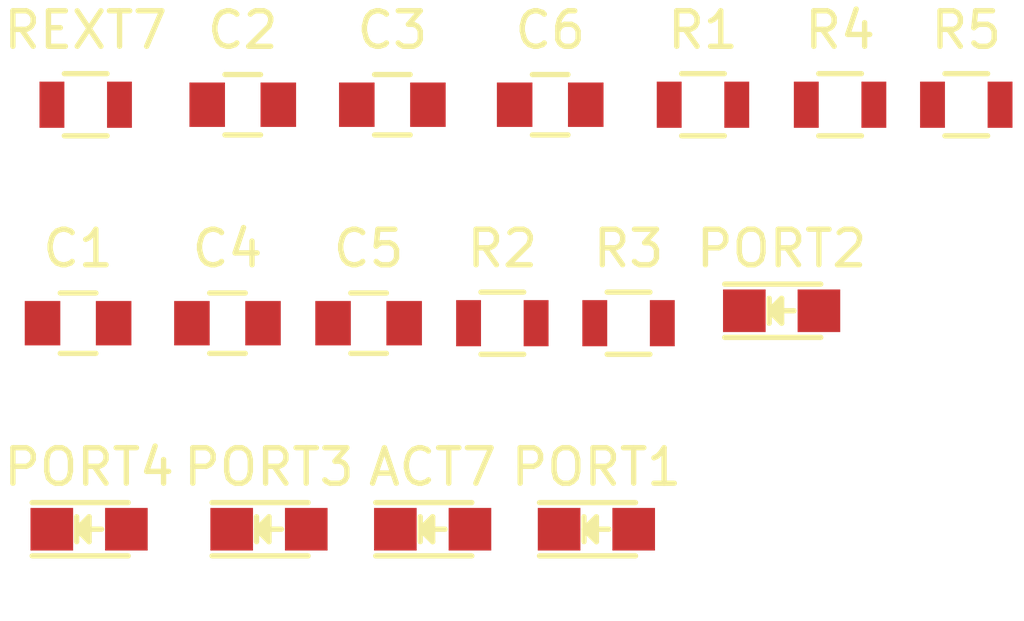
<source format=kicad_pcb>
(kicad_pcb (version 4) (host pcbnew 4.0.4-stable)

  (general
    (links 13)
    (no_connects 13)
    (area 0 0 0 0)
    (thickness 1.6)
    (drawings 0)
    (tracks 0)
    (zones 0)
    (modules 17)
    (nets 12)
  )

  (page A4)
  (layers
    (0 Top signal)
    (31 Bottom signal)
    (32 B.Adhes user)
    (33 F.Adhes user)
    (34 B.Paste user)
    (35 F.Paste user)
    (36 B.SilkS user)
    (37 F.SilkS user)
    (38 B.Mask user)
    (39 F.Mask user)
    (40 Dwgs.User user)
    (41 Cmts.User user)
    (42 Eco1.User user)
    (43 Eco2.User user)
    (44 Edge.Cuts user)
    (45 Margin user)
    (46 B.CrtYd user)
    (47 F.CrtYd user)
    (48 B.Fab user)
    (49 F.Fab user)
  )

  (setup
    (last_trace_width 0.25)
    (trace_clearance 0.1524)
    (zone_clearance 0.508)
    (zone_45_only no)
    (trace_min 0.2)
    (segment_width 0.2)
    (edge_width 0.15)
    (via_size 0.6)
    (via_drill 0.4)
    (via_min_size 0.4)
    (via_min_drill 0.3)
    (uvia_size 0.3)
    (uvia_drill 0.1)
    (uvias_allowed no)
    (uvia_min_size 0.2)
    (uvia_min_drill 0.1)
    (pcb_text_width 0.3)
    (pcb_text_size 1.5 1.5)
    (mod_edge_width 0.15)
    (mod_text_size 1 1)
    (mod_text_width 0.15)
    (pad_size 1.524 1.524)
    (pad_drill 0.762)
    (pad_to_mask_clearance 0.2)
    (aux_axis_origin 0 0)
    (visible_elements 7FFFFFFF)
    (pcbplotparams
      (layerselection 0x00030_80000001)
      (usegerberextensions false)
      (excludeedgelayer true)
      (linewidth 0.100000)
      (plotframeref false)
      (viasonmask false)
      (mode 1)
      (useauxorigin false)
      (hpglpennumber 1)
      (hpglpenspeed 20)
      (hpglpendiameter 15)
      (hpglpenoverlay 2)
      (psnegative false)
      (psa4output false)
      (plotreference true)
      (plotvalue true)
      (plotinvisibletext false)
      (padsonsilk false)
      (subtractmaskfromsilk false)
      (outputformat 1)
      (mirror false)
      (drillshape 1)
      (scaleselection 1)
      (outputdirectory ""))
  )

  (net 0 "")
  (net 1 GND)
  (net 2 VBUS)
  (net 3 3V3)
  (net 4 /N$22)
  (net 5 /N$8)
  (net 6 /N$23)
  (net 7 /N$24)
  (net 8 /N$13)
  (net 9 /N$1)
  (net 10 /N$20)
  (net 11 /N$6)

  (net_class Default "This is the default net class."
    (clearance 0.1524)
    (trace_width 0.25)
    (via_dia 0.6)
    (via_drill 0.4)
    (uvia_dia 0.3)
    (uvia_drill 0.1)
    (add_net /N$1)
    (add_net /N$13)
    (add_net /N$20)
    (add_net /N$22)
    (add_net /N$23)
    (add_net /N$24)
    (add_net /N$6)
    (add_net /N$8)
    (add_net 3V3)
    (add_net GND)
    (add_net VBUS)
  )

  (module LEDs:LED_0805 (layer Top) (tedit 55BDE1C2) (tstamp 5862CDE9)
    (at 160.947401 110.4774)
    (descr "LED 0805 smd package")
    (tags "LED 0805 SMD")
    (path /57E6C5AF)
    (attr smd)
    (fp_text reference ACT7 (at 0 -1.75) (layer F.SilkS)
      (effects (font (size 1 1) (thickness 0.15)))
    )
    (fp_text value ~ (at 0 1.75) (layer F.Fab)
      (effects (font (size 1 1) (thickness 0.15)))
    )
    (fp_line (start -0.4 -0.3) (end -0.4 0.3) (layer F.Fab) (width 0.15))
    (fp_line (start -0.3 0) (end 0 -0.3) (layer F.Fab) (width 0.15))
    (fp_line (start 0 0.3) (end -0.3 0) (layer F.Fab) (width 0.15))
    (fp_line (start 0 -0.3) (end 0 0.3) (layer F.Fab) (width 0.15))
    (fp_line (start 1 -0.6) (end -1 -0.6) (layer F.Fab) (width 0.15))
    (fp_line (start 1 0.6) (end 1 -0.6) (layer F.Fab) (width 0.15))
    (fp_line (start -1 0.6) (end 1 0.6) (layer F.Fab) (width 0.15))
    (fp_line (start -1 -0.6) (end -1 0.6) (layer F.Fab) (width 0.15))
    (fp_line (start -1.6 0.75) (end 1.1 0.75) (layer F.SilkS) (width 0.15))
    (fp_line (start -1.6 -0.75) (end 1.1 -0.75) (layer F.SilkS) (width 0.15))
    (fp_line (start -0.1 0.15) (end -0.1 -0.1) (layer F.SilkS) (width 0.15))
    (fp_line (start -0.1 -0.1) (end -0.25 0.05) (layer F.SilkS) (width 0.15))
    (fp_line (start -0.35 -0.35) (end -0.35 0.35) (layer F.SilkS) (width 0.15))
    (fp_line (start 0 0) (end 0.35 0) (layer F.SilkS) (width 0.15))
    (fp_line (start -0.35 0) (end 0 -0.35) (layer F.SilkS) (width 0.15))
    (fp_line (start 0 -0.35) (end 0 0.35) (layer F.SilkS) (width 0.15))
    (fp_line (start 0 0.35) (end -0.35 0) (layer F.SilkS) (width 0.15))
    (fp_line (start 1.9 -0.95) (end 1.9 0.95) (layer F.CrtYd) (width 0.05))
    (fp_line (start 1.9 0.95) (end -1.9 0.95) (layer F.CrtYd) (width 0.05))
    (fp_line (start -1.9 0.95) (end -1.9 -0.95) (layer F.CrtYd) (width 0.05))
    (fp_line (start -1.9 -0.95) (end 1.9 -0.95) (layer F.CrtYd) (width 0.05))
    (pad 2 smd rect (at 1.04902 0 180) (size 1.19888 1.19888) (layers Top F.Paste F.Mask))
    (pad 1 smd rect (at -1.04902 0 180) (size 1.19888 1.19888) (layers Top F.Paste F.Mask))
    (model LEDs.3dshapes/LED_0805.wrl
      (at (xyz 0 0 0))
      (scale (xyz 1 1 1))
      (rotate (xyz 0 0 0))
    )
  )

  (module Capacitors_SMD:C_0805 (layer Top) (tedit 5415D6EA) (tstamp 5862CDEF)
    (at 150.973828 104.6774)
    (descr "Capacitor SMD 0805, reflow soldering, AVX (see smccp.pdf)")
    (tags "capacitor 0805")
    (path /57E6C677)
    (attr smd)
    (fp_text reference C1 (at 0 -2.1) (layer F.SilkS)
      (effects (font (size 1 1) (thickness 0.15)))
    )
    (fp_text value 0.1uF (at 0 2.1) (layer F.Fab)
      (effects (font (size 1 1) (thickness 0.15)))
    )
    (fp_line (start -1 0.625) (end -1 -0.625) (layer F.Fab) (width 0.15))
    (fp_line (start 1 0.625) (end -1 0.625) (layer F.Fab) (width 0.15))
    (fp_line (start 1 -0.625) (end 1 0.625) (layer F.Fab) (width 0.15))
    (fp_line (start -1 -0.625) (end 1 -0.625) (layer F.Fab) (width 0.15))
    (fp_line (start -1.8 -1) (end 1.8 -1) (layer F.CrtYd) (width 0.05))
    (fp_line (start -1.8 1) (end 1.8 1) (layer F.CrtYd) (width 0.05))
    (fp_line (start -1.8 -1) (end -1.8 1) (layer F.CrtYd) (width 0.05))
    (fp_line (start 1.8 -1) (end 1.8 1) (layer F.CrtYd) (width 0.05))
    (fp_line (start 0.5 -0.85) (end -0.5 -0.85) (layer F.SilkS) (width 0.15))
    (fp_line (start -0.5 0.85) (end 0.5 0.85) (layer F.SilkS) (width 0.15))
    (pad 1 smd rect (at -1 0) (size 1 1.25) (layers Top F.Paste F.Mask)
      (net 3 3V3))
    (pad 2 smd rect (at 1 0) (size 1 1.25) (layers Top F.Paste F.Mask)
      (net 1 GND))
    (model Capacitors_SMD.3dshapes/C_0805.wrl
      (at (xyz 0 0 0))
      (scale (xyz 1 1 1))
      (rotate (xyz 0 0 0))
    )
  )

  (module Capacitors_SMD:C_0805 (layer Top) (tedit 5415D6EA) (tstamp 5862CDF5)
    (at 155.605733 98.5274)
    (descr "Capacitor SMD 0805, reflow soldering, AVX (see smccp.pdf)")
    (tags "capacitor 0805")
    (path /57E6C73F)
    (attr smd)
    (fp_text reference C2 (at 0 -2.1) (layer F.SilkS)
      (effects (font (size 1 1) (thickness 0.15)))
    )
    (fp_text value 10uF (at 0 2.1) (layer F.Fab)
      (effects (font (size 1 1) (thickness 0.15)))
    )
    (fp_line (start -1 0.625) (end -1 -0.625) (layer F.Fab) (width 0.15))
    (fp_line (start 1 0.625) (end -1 0.625) (layer F.Fab) (width 0.15))
    (fp_line (start 1 -0.625) (end 1 0.625) (layer F.Fab) (width 0.15))
    (fp_line (start -1 -0.625) (end 1 -0.625) (layer F.Fab) (width 0.15))
    (fp_line (start -1.8 -1) (end 1.8 -1) (layer F.CrtYd) (width 0.05))
    (fp_line (start -1.8 1) (end 1.8 1) (layer F.CrtYd) (width 0.05))
    (fp_line (start -1.8 -1) (end -1.8 1) (layer F.CrtYd) (width 0.05))
    (fp_line (start 1.8 -1) (end 1.8 1) (layer F.CrtYd) (width 0.05))
    (fp_line (start 0.5 -0.85) (end -0.5 -0.85) (layer F.SilkS) (width 0.15))
    (fp_line (start -0.5 0.85) (end 0.5 0.85) (layer F.SilkS) (width 0.15))
    (pad 1 smd rect (at -1 0) (size 1 1.25) (layers Top F.Paste F.Mask)
      (net 3 3V3))
    (pad 2 smd rect (at 1 0) (size 1 1.25) (layers Top F.Paste F.Mask)
      (net 1 GND))
    (model Capacitors_SMD.3dshapes/C_0805.wrl
      (at (xyz 0 0 0))
      (scale (xyz 1 1 1))
      (rotate (xyz 0 0 0))
    )
  )

  (module Capacitors_SMD:C_0805 (layer Top) (tedit 5415D6EA) (tstamp 5862CDFB)
    (at 159.813828 98.5274)
    (descr "Capacitor SMD 0805, reflow soldering, AVX (see smccp.pdf)")
    (tags "capacitor 0805")
    (path /57E6C807)
    (attr smd)
    (fp_text reference C3 (at 0 -2.1) (layer F.SilkS)
      (effects (font (size 1 1) (thickness 0.15)))
    )
    (fp_text value 0.1uF (at 0 2.1) (layer F.Fab)
      (effects (font (size 1 1) (thickness 0.15)))
    )
    (fp_line (start -1 0.625) (end -1 -0.625) (layer F.Fab) (width 0.15))
    (fp_line (start 1 0.625) (end -1 0.625) (layer F.Fab) (width 0.15))
    (fp_line (start 1 -0.625) (end 1 0.625) (layer F.Fab) (width 0.15))
    (fp_line (start -1 -0.625) (end 1 -0.625) (layer F.Fab) (width 0.15))
    (fp_line (start -1.8 -1) (end 1.8 -1) (layer F.CrtYd) (width 0.05))
    (fp_line (start -1.8 1) (end 1.8 1) (layer F.CrtYd) (width 0.05))
    (fp_line (start -1.8 -1) (end -1.8 1) (layer F.CrtYd) (width 0.05))
    (fp_line (start 1.8 -1) (end 1.8 1) (layer F.CrtYd) (width 0.05))
    (fp_line (start 0.5 -0.85) (end -0.5 -0.85) (layer F.SilkS) (width 0.15))
    (fp_line (start -0.5 0.85) (end 0.5 0.85) (layer F.SilkS) (width 0.15))
    (pad 1 smd rect (at -1 0) (size 1 1.25) (layers Top F.Paste F.Mask)
      (net 5 /N$8))
    (pad 2 smd rect (at 1 0) (size 1 1.25) (layers Top F.Paste F.Mask)
      (net 1 GND))
    (model Capacitors_SMD.3dshapes/C_0805.wrl
      (at (xyz 0 0 0))
      (scale (xyz 1 1 1))
      (rotate (xyz 0 0 0))
    )
  )

  (module Capacitors_SMD:C_0805 (layer Top) (tedit 5415D6EA) (tstamp 5862CE01)
    (at 155.175733 104.6774)
    (descr "Capacitor SMD 0805, reflow soldering, AVX (see smccp.pdf)")
    (tags "capacitor 0805")
    (path /57E6C8CF)
    (attr smd)
    (fp_text reference C4 (at 0 -2.1) (layer F.SilkS)
      (effects (font (size 1 1) (thickness 0.15)))
    )
    (fp_text value 10uF (at 0 2.1) (layer F.Fab)
      (effects (font (size 1 1) (thickness 0.15)))
    )
    (fp_line (start -1 0.625) (end -1 -0.625) (layer F.Fab) (width 0.15))
    (fp_line (start 1 0.625) (end -1 0.625) (layer F.Fab) (width 0.15))
    (fp_line (start 1 -0.625) (end 1 0.625) (layer F.Fab) (width 0.15))
    (fp_line (start -1 -0.625) (end 1 -0.625) (layer F.Fab) (width 0.15))
    (fp_line (start -1.8 -1) (end 1.8 -1) (layer F.CrtYd) (width 0.05))
    (fp_line (start -1.8 1) (end 1.8 1) (layer F.CrtYd) (width 0.05))
    (fp_line (start -1.8 -1) (end -1.8 1) (layer F.CrtYd) (width 0.05))
    (fp_line (start 1.8 -1) (end 1.8 1) (layer F.CrtYd) (width 0.05))
    (fp_line (start 0.5 -0.85) (end -0.5 -0.85) (layer F.SilkS) (width 0.15))
    (fp_line (start -0.5 0.85) (end 0.5 0.85) (layer F.SilkS) (width 0.15))
    (pad 1 smd rect (at -1 0) (size 1 1.25) (layers Top F.Paste F.Mask)
      (net 5 /N$8))
    (pad 2 smd rect (at 1 0) (size 1 1.25) (layers Top F.Paste F.Mask)
      (net 1 GND))
    (model Capacitors_SMD.3dshapes/C_0805.wrl
      (at (xyz 0 0 0))
      (scale (xyz 1 1 1))
      (rotate (xyz 0 0 0))
    )
  )

  (module Capacitors_SMD:C_0805 (layer Top) (tedit 5415D6EA) (tstamp 5862CE07)
    (at 159.145733 104.6774)
    (descr "Capacitor SMD 0805, reflow soldering, AVX (see smccp.pdf)")
    (tags "capacitor 0805")
    (path /57E6C997)
    (attr smd)
    (fp_text reference C5 (at 0 -2.1) (layer F.SilkS)
      (effects (font (size 1 1) (thickness 0.15)))
    )
    (fp_text value 10uF (at 0 2.1) (layer F.Fab)
      (effects (font (size 1 1) (thickness 0.15)))
    )
    (fp_line (start -1 0.625) (end -1 -0.625) (layer F.Fab) (width 0.15))
    (fp_line (start 1 0.625) (end -1 0.625) (layer F.Fab) (width 0.15))
    (fp_line (start 1 -0.625) (end 1 0.625) (layer F.Fab) (width 0.15))
    (fp_line (start -1 -0.625) (end 1 -0.625) (layer F.Fab) (width 0.15))
    (fp_line (start -1.8 -1) (end 1.8 -1) (layer F.CrtYd) (width 0.05))
    (fp_line (start -1.8 1) (end 1.8 1) (layer F.CrtYd) (width 0.05))
    (fp_line (start -1.8 -1) (end -1.8 1) (layer F.CrtYd) (width 0.05))
    (fp_line (start 1.8 -1) (end 1.8 1) (layer F.CrtYd) (width 0.05))
    (fp_line (start 0.5 -0.85) (end -0.5 -0.85) (layer F.SilkS) (width 0.15))
    (fp_line (start -0.5 0.85) (end 0.5 0.85) (layer F.SilkS) (width 0.15))
    (pad 1 smd rect (at -1 0) (size 1 1.25) (layers Top F.Paste F.Mask)
      (net 2 VBUS))
    (pad 2 smd rect (at 1 0) (size 1 1.25) (layers Top F.Paste F.Mask)
      (net 1 GND))
    (model Capacitors_SMD.3dshapes/C_0805.wrl
      (at (xyz 0 0 0))
      (scale (xyz 1 1 1))
      (rotate (xyz 0 0 0))
    )
  )

  (module Capacitors_SMD:C_0805 (layer Top) (tedit 5415D6EA) (tstamp 5862CE0D)
    (at 164.253828 98.5274)
    (descr "Capacitor SMD 0805, reflow soldering, AVX (see smccp.pdf)")
    (tags "capacitor 0805")
    (path /57E6CA5F)
    (attr smd)
    (fp_text reference C6 (at 0 -2.1) (layer F.SilkS)
      (effects (font (size 1 1) (thickness 0.15)))
    )
    (fp_text value 0.1uF (at 0 2.1) (layer F.Fab)
      (effects (font (size 1 1) (thickness 0.15)))
    )
    (fp_line (start -1 0.625) (end -1 -0.625) (layer F.Fab) (width 0.15))
    (fp_line (start 1 0.625) (end -1 0.625) (layer F.Fab) (width 0.15))
    (fp_line (start 1 -0.625) (end 1 0.625) (layer F.Fab) (width 0.15))
    (fp_line (start -1 -0.625) (end 1 -0.625) (layer F.Fab) (width 0.15))
    (fp_line (start -1.8 -1) (end 1.8 -1) (layer F.CrtYd) (width 0.05))
    (fp_line (start -1.8 1) (end 1.8 1) (layer F.CrtYd) (width 0.05))
    (fp_line (start -1.8 -1) (end -1.8 1) (layer F.CrtYd) (width 0.05))
    (fp_line (start 1.8 -1) (end 1.8 1) (layer F.CrtYd) (width 0.05))
    (fp_line (start 0.5 -0.85) (end -0.5 -0.85) (layer F.SilkS) (width 0.15))
    (fp_line (start -0.5 0.85) (end 0.5 0.85) (layer F.SilkS) (width 0.15))
    (pad 1 smd rect (at -1 0) (size 1 1.25) (layers Top F.Paste F.Mask)
      (net 2 VBUS))
    (pad 2 smd rect (at 1 0) (size 1 1.25) (layers Top F.Paste F.Mask)
      (net 1 GND))
    (model Capacitors_SMD.3dshapes/C_0805.wrl
      (at (xyz 0 0 0))
      (scale (xyz 1 1 1))
      (rotate (xyz 0 0 0))
    )
  )

  (module LEDs:LED_0805 (layer Top) (tedit 55BDE1C2) (tstamp 5862CE13)
    (at 165.553352 110.4774)
    (descr "LED 0805 smd package")
    (tags "LED 0805 SMD")
    (path /57E6CFD7)
    (attr smd)
    (fp_text reference PORT1 (at 0 -1.75) (layer F.SilkS)
      (effects (font (size 1 1) (thickness 0.15)))
    )
    (fp_text value ~ (at 0 1.75) (layer F.Fab)
      (effects (font (size 1 1) (thickness 0.15)))
    )
    (fp_line (start -0.4 -0.3) (end -0.4 0.3) (layer F.Fab) (width 0.15))
    (fp_line (start -0.3 0) (end 0 -0.3) (layer F.Fab) (width 0.15))
    (fp_line (start 0 0.3) (end -0.3 0) (layer F.Fab) (width 0.15))
    (fp_line (start 0 -0.3) (end 0 0.3) (layer F.Fab) (width 0.15))
    (fp_line (start 1 -0.6) (end -1 -0.6) (layer F.Fab) (width 0.15))
    (fp_line (start 1 0.6) (end 1 -0.6) (layer F.Fab) (width 0.15))
    (fp_line (start -1 0.6) (end 1 0.6) (layer F.Fab) (width 0.15))
    (fp_line (start -1 -0.6) (end -1 0.6) (layer F.Fab) (width 0.15))
    (fp_line (start -1.6 0.75) (end 1.1 0.75) (layer F.SilkS) (width 0.15))
    (fp_line (start -1.6 -0.75) (end 1.1 -0.75) (layer F.SilkS) (width 0.15))
    (fp_line (start -0.1 0.15) (end -0.1 -0.1) (layer F.SilkS) (width 0.15))
    (fp_line (start -0.1 -0.1) (end -0.25 0.05) (layer F.SilkS) (width 0.15))
    (fp_line (start -0.35 -0.35) (end -0.35 0.35) (layer F.SilkS) (width 0.15))
    (fp_line (start 0 0) (end 0.35 0) (layer F.SilkS) (width 0.15))
    (fp_line (start -0.35 0) (end 0 -0.35) (layer F.SilkS) (width 0.15))
    (fp_line (start 0 -0.35) (end 0 0.35) (layer F.SilkS) (width 0.15))
    (fp_line (start 0 0.35) (end -0.35 0) (layer F.SilkS) (width 0.15))
    (fp_line (start 1.9 -0.95) (end 1.9 0.95) (layer F.CrtYd) (width 0.05))
    (fp_line (start 1.9 0.95) (end -1.9 0.95) (layer F.CrtYd) (width 0.05))
    (fp_line (start -1.9 0.95) (end -1.9 -0.95) (layer F.CrtYd) (width 0.05))
    (fp_line (start -1.9 -0.95) (end 1.9 -0.95) (layer F.CrtYd) (width 0.05))
    (pad 2 smd rect (at 1.04902 0 180) (size 1.19888 1.19888) (layers Top F.Paste F.Mask))
    (pad 1 smd rect (at -1.04902 0 180) (size 1.19888 1.19888) (layers Top F.Paste F.Mask))
    (model LEDs.3dshapes/LED_0805.wrl
      (at (xyz 0 0 0))
      (scale (xyz 1 1 1))
      (rotate (xyz 0 0 0))
    )
  )

  (module LEDs:LED_0805 (layer Top) (tedit 55BDE1C2) (tstamp 5862CE19)
    (at 170.763352 104.3274)
    (descr "LED 0805 smd package")
    (tags "LED 0805 SMD")
    (path /57E6D09F)
    (attr smd)
    (fp_text reference PORT2 (at 0 -1.75) (layer F.SilkS)
      (effects (font (size 1 1) (thickness 0.15)))
    )
    (fp_text value ~ (at 0 1.75) (layer F.Fab)
      (effects (font (size 1 1) (thickness 0.15)))
    )
    (fp_line (start -0.4 -0.3) (end -0.4 0.3) (layer F.Fab) (width 0.15))
    (fp_line (start -0.3 0) (end 0 -0.3) (layer F.Fab) (width 0.15))
    (fp_line (start 0 0.3) (end -0.3 0) (layer F.Fab) (width 0.15))
    (fp_line (start 0 -0.3) (end 0 0.3) (layer F.Fab) (width 0.15))
    (fp_line (start 1 -0.6) (end -1 -0.6) (layer F.Fab) (width 0.15))
    (fp_line (start 1 0.6) (end 1 -0.6) (layer F.Fab) (width 0.15))
    (fp_line (start -1 0.6) (end 1 0.6) (layer F.Fab) (width 0.15))
    (fp_line (start -1 -0.6) (end -1 0.6) (layer F.Fab) (width 0.15))
    (fp_line (start -1.6 0.75) (end 1.1 0.75) (layer F.SilkS) (width 0.15))
    (fp_line (start -1.6 -0.75) (end 1.1 -0.75) (layer F.SilkS) (width 0.15))
    (fp_line (start -0.1 0.15) (end -0.1 -0.1) (layer F.SilkS) (width 0.15))
    (fp_line (start -0.1 -0.1) (end -0.25 0.05) (layer F.SilkS) (width 0.15))
    (fp_line (start -0.35 -0.35) (end -0.35 0.35) (layer F.SilkS) (width 0.15))
    (fp_line (start 0 0) (end 0.35 0) (layer F.SilkS) (width 0.15))
    (fp_line (start -0.35 0) (end 0 -0.35) (layer F.SilkS) (width 0.15))
    (fp_line (start 0 -0.35) (end 0 0.35) (layer F.SilkS) (width 0.15))
    (fp_line (start 0 0.35) (end -0.35 0) (layer F.SilkS) (width 0.15))
    (fp_line (start 1.9 -0.95) (end 1.9 0.95) (layer F.CrtYd) (width 0.05))
    (fp_line (start 1.9 0.95) (end -1.9 0.95) (layer F.CrtYd) (width 0.05))
    (fp_line (start -1.9 0.95) (end -1.9 -0.95) (layer F.CrtYd) (width 0.05))
    (fp_line (start -1.9 -0.95) (end 1.9 -0.95) (layer F.CrtYd) (width 0.05))
    (pad 2 smd rect (at 1.04902 0 180) (size 1.19888 1.19888) (layers Top F.Paste F.Mask))
    (pad 1 smd rect (at -1.04902 0 180) (size 1.19888 1.19888) (layers Top F.Paste F.Mask))
    (model LEDs.3dshapes/LED_0805.wrl
      (at (xyz 0 0 0))
      (scale (xyz 1 1 1))
      (rotate (xyz 0 0 0))
    )
  )

  (module LEDs:LED_0805 (layer Top) (tedit 55BDE1C2) (tstamp 5862CE1F)
    (at 156.343352 110.4774)
    (descr "LED 0805 smd package")
    (tags "LED 0805 SMD")
    (path /57E6D167)
    (attr smd)
    (fp_text reference PORT3 (at 0 -1.75) (layer F.SilkS)
      (effects (font (size 1 1) (thickness 0.15)))
    )
    (fp_text value ~ (at 0 1.75) (layer F.Fab)
      (effects (font (size 1 1) (thickness 0.15)))
    )
    (fp_line (start -0.4 -0.3) (end -0.4 0.3) (layer F.Fab) (width 0.15))
    (fp_line (start -0.3 0) (end 0 -0.3) (layer F.Fab) (width 0.15))
    (fp_line (start 0 0.3) (end -0.3 0) (layer F.Fab) (width 0.15))
    (fp_line (start 0 -0.3) (end 0 0.3) (layer F.Fab) (width 0.15))
    (fp_line (start 1 -0.6) (end -1 -0.6) (layer F.Fab) (width 0.15))
    (fp_line (start 1 0.6) (end 1 -0.6) (layer F.Fab) (width 0.15))
    (fp_line (start -1 0.6) (end 1 0.6) (layer F.Fab) (width 0.15))
    (fp_line (start -1 -0.6) (end -1 0.6) (layer F.Fab) (width 0.15))
    (fp_line (start -1.6 0.75) (end 1.1 0.75) (layer F.SilkS) (width 0.15))
    (fp_line (start -1.6 -0.75) (end 1.1 -0.75) (layer F.SilkS) (width 0.15))
    (fp_line (start -0.1 0.15) (end -0.1 -0.1) (layer F.SilkS) (width 0.15))
    (fp_line (start -0.1 -0.1) (end -0.25 0.05) (layer F.SilkS) (width 0.15))
    (fp_line (start -0.35 -0.35) (end -0.35 0.35) (layer F.SilkS) (width 0.15))
    (fp_line (start 0 0) (end 0.35 0) (layer F.SilkS) (width 0.15))
    (fp_line (start -0.35 0) (end 0 -0.35) (layer F.SilkS) (width 0.15))
    (fp_line (start 0 -0.35) (end 0 0.35) (layer F.SilkS) (width 0.15))
    (fp_line (start 0 0.35) (end -0.35 0) (layer F.SilkS) (width 0.15))
    (fp_line (start 1.9 -0.95) (end 1.9 0.95) (layer F.CrtYd) (width 0.05))
    (fp_line (start 1.9 0.95) (end -1.9 0.95) (layer F.CrtYd) (width 0.05))
    (fp_line (start -1.9 0.95) (end -1.9 -0.95) (layer F.CrtYd) (width 0.05))
    (fp_line (start -1.9 -0.95) (end 1.9 -0.95) (layer F.CrtYd) (width 0.05))
    (pad 2 smd rect (at 1.04902 0 180) (size 1.19888 1.19888) (layers Top F.Paste F.Mask))
    (pad 1 smd rect (at -1.04902 0 180) (size 1.19888 1.19888) (layers Top F.Paste F.Mask))
    (model LEDs.3dshapes/LED_0805.wrl
      (at (xyz 0 0 0))
      (scale (xyz 1 1 1))
      (rotate (xyz 0 0 0))
    )
  )

  (module LEDs:LED_0805 (layer Top) (tedit 55BDE1C2) (tstamp 5862CE25)
    (at 151.283352 110.4774)
    (descr "LED 0805 smd package")
    (tags "LED 0805 SMD")
    (path /57E6D22F)
    (attr smd)
    (fp_text reference PORT4 (at 0 -1.75) (layer F.SilkS)
      (effects (font (size 1 1) (thickness 0.15)))
    )
    (fp_text value ~ (at 0 1.75) (layer F.Fab)
      (effects (font (size 1 1) (thickness 0.15)))
    )
    (fp_line (start -0.4 -0.3) (end -0.4 0.3) (layer F.Fab) (width 0.15))
    (fp_line (start -0.3 0) (end 0 -0.3) (layer F.Fab) (width 0.15))
    (fp_line (start 0 0.3) (end -0.3 0) (layer F.Fab) (width 0.15))
    (fp_line (start 0 -0.3) (end 0 0.3) (layer F.Fab) (width 0.15))
    (fp_line (start 1 -0.6) (end -1 -0.6) (layer F.Fab) (width 0.15))
    (fp_line (start 1 0.6) (end 1 -0.6) (layer F.Fab) (width 0.15))
    (fp_line (start -1 0.6) (end 1 0.6) (layer F.Fab) (width 0.15))
    (fp_line (start -1 -0.6) (end -1 0.6) (layer F.Fab) (width 0.15))
    (fp_line (start -1.6 0.75) (end 1.1 0.75) (layer F.SilkS) (width 0.15))
    (fp_line (start -1.6 -0.75) (end 1.1 -0.75) (layer F.SilkS) (width 0.15))
    (fp_line (start -0.1 0.15) (end -0.1 -0.1) (layer F.SilkS) (width 0.15))
    (fp_line (start -0.1 -0.1) (end -0.25 0.05) (layer F.SilkS) (width 0.15))
    (fp_line (start -0.35 -0.35) (end -0.35 0.35) (layer F.SilkS) (width 0.15))
    (fp_line (start 0 0) (end 0.35 0) (layer F.SilkS) (width 0.15))
    (fp_line (start -0.35 0) (end 0 -0.35) (layer F.SilkS) (width 0.15))
    (fp_line (start 0 -0.35) (end 0 0.35) (layer F.SilkS) (width 0.15))
    (fp_line (start 0 0.35) (end -0.35 0) (layer F.SilkS) (width 0.15))
    (fp_line (start 1.9 -0.95) (end 1.9 0.95) (layer F.CrtYd) (width 0.05))
    (fp_line (start 1.9 0.95) (end -1.9 0.95) (layer F.CrtYd) (width 0.05))
    (fp_line (start -1.9 0.95) (end -1.9 -0.95) (layer F.CrtYd) (width 0.05))
    (fp_line (start -1.9 -0.95) (end 1.9 -0.95) (layer F.CrtYd) (width 0.05))
    (pad 2 smd rect (at 1.04902 0 180) (size 1.19888 1.19888) (layers Top F.Paste F.Mask))
    (pad 1 smd rect (at -1.04902 0 180) (size 1.19888 1.19888) (layers Top F.Paste F.Mask))
    (model LEDs.3dshapes/LED_0805.wrl
      (at (xyz 0 0 0))
      (scale (xyz 1 1 1))
      (rotate (xyz 0 0 0))
    )
  )

  (module Resistors_SMD:R_0805 (layer Top) (tedit 58307B54) (tstamp 5862CE2B)
    (at 168.550971 98.5274)
    (descr "Resistor SMD 0805, reflow soldering, Vishay (see dcrcw.pdf)")
    (tags "resistor 0805")
    (path /57E6D2F7)
    (attr smd)
    (fp_text reference R1 (at 0 -2.1) (layer F.SilkS)
      (effects (font (size 1 1) (thickness 0.15)))
    )
    (fp_text value 100K (at 0 2.1) (layer F.Fab)
      (effects (font (size 1 1) (thickness 0.15)))
    )
    (fp_line (start -1 0.625) (end -1 -0.625) (layer F.Fab) (width 0.1))
    (fp_line (start 1 0.625) (end -1 0.625) (layer F.Fab) (width 0.1))
    (fp_line (start 1 -0.625) (end 1 0.625) (layer F.Fab) (width 0.1))
    (fp_line (start -1 -0.625) (end 1 -0.625) (layer F.Fab) (width 0.1))
    (fp_line (start -1.6 -1) (end 1.6 -1) (layer F.CrtYd) (width 0.05))
    (fp_line (start -1.6 1) (end 1.6 1) (layer F.CrtYd) (width 0.05))
    (fp_line (start -1.6 -1) (end -1.6 1) (layer F.CrtYd) (width 0.05))
    (fp_line (start 1.6 -1) (end 1.6 1) (layer F.CrtYd) (width 0.05))
    (fp_line (start 0.6 0.875) (end -0.6 0.875) (layer F.SilkS) (width 0.15))
    (fp_line (start -0.6 -0.875) (end 0.6 -0.875) (layer F.SilkS) (width 0.15))
    (pad 1 smd rect (at -0.95 0) (size 0.7 1.3) (layers Top F.Paste F.Mask)
      (net 1 GND))
    (pad 2 smd rect (at 0.95 0) (size 0.7 1.3) (layers Top F.Paste F.Mask)
      (net 8 /N$13))
    (model Resistors_SMD.3dshapes/R_0805.wrl
      (at (xyz 0 0 0))
      (scale (xyz 1 1 1))
      (rotate (xyz 0 0 0))
    )
  )

  (module Resistors_SMD:R_0805 (layer Top) (tedit 58307B54) (tstamp 5862CE31)
    (at 162.907401 104.6774)
    (descr "Resistor SMD 0805, reflow soldering, Vishay (see dcrcw.pdf)")
    (tags "resistor 0805")
    (path /57E6D3BF)
    (attr smd)
    (fp_text reference R2 (at 0 -2.1) (layer F.SilkS)
      (effects (font (size 1 1) (thickness 0.15)))
    )
    (fp_text value 47K (at 0 2.1) (layer F.Fab)
      (effects (font (size 1 1) (thickness 0.15)))
    )
    (fp_line (start -1 0.625) (end -1 -0.625) (layer F.Fab) (width 0.1))
    (fp_line (start 1 0.625) (end -1 0.625) (layer F.Fab) (width 0.1))
    (fp_line (start 1 -0.625) (end 1 0.625) (layer F.Fab) (width 0.1))
    (fp_line (start -1 -0.625) (end 1 -0.625) (layer F.Fab) (width 0.1))
    (fp_line (start -1.6 -1) (end 1.6 -1) (layer F.CrtYd) (width 0.05))
    (fp_line (start -1.6 1) (end 1.6 1) (layer F.CrtYd) (width 0.05))
    (fp_line (start -1.6 -1) (end -1.6 1) (layer F.CrtYd) (width 0.05))
    (fp_line (start 1.6 -1) (end 1.6 1) (layer F.CrtYd) (width 0.05))
    (fp_line (start 0.6 0.875) (end -0.6 0.875) (layer F.SilkS) (width 0.15))
    (fp_line (start -0.6 -0.875) (end 0.6 -0.875) (layer F.SilkS) (width 0.15))
    (pad 1 smd rect (at -0.95 0) (size 0.7 1.3) (layers Top F.Paste F.Mask)
      (net 8 /N$13))
    (pad 2 smd rect (at 0.95 0) (size 0.7 1.3) (layers Top F.Paste F.Mask)
      (net 2 VBUS))
    (model Resistors_SMD.3dshapes/R_0805.wrl
      (at (xyz 0 0 0))
      (scale (xyz 1 1 1))
      (rotate (xyz 0 0 0))
    )
  )

  (module Resistors_SMD:R_0805 (layer Top) (tedit 58307B54) (tstamp 5862CE37)
    (at 166.457401 104.6774)
    (descr "Resistor SMD 0805, reflow soldering, Vishay (see dcrcw.pdf)")
    (tags "resistor 0805")
    (path /57E6D487)
    (attr smd)
    (fp_text reference R3 (at 0 -2.1) (layer F.SilkS)
      (effects (font (size 1 1) (thickness 0.15)))
    )
    (fp_text value 330 (at 0 2.1) (layer F.Fab)
      (effects (font (size 1 1) (thickness 0.15)))
    )
    (fp_line (start -1 0.625) (end -1 -0.625) (layer F.Fab) (width 0.1))
    (fp_line (start 1 0.625) (end -1 0.625) (layer F.Fab) (width 0.1))
    (fp_line (start 1 -0.625) (end 1 0.625) (layer F.Fab) (width 0.1))
    (fp_line (start -1 -0.625) (end 1 -0.625) (layer F.Fab) (width 0.1))
    (fp_line (start -1.6 -1) (end 1.6 -1) (layer F.CrtYd) (width 0.05))
    (fp_line (start -1.6 1) (end 1.6 1) (layer F.CrtYd) (width 0.05))
    (fp_line (start -1.6 -1) (end -1.6 1) (layer F.CrtYd) (width 0.05))
    (fp_line (start 1.6 -1) (end 1.6 1) (layer F.CrtYd) (width 0.05))
    (fp_line (start 0.6 0.875) (end -0.6 0.875) (layer F.SilkS) (width 0.15))
    (fp_line (start -0.6 -0.875) (end 0.6 -0.875) (layer F.SilkS) (width 0.15))
    (pad 1 smd rect (at -0.95 0) (size 0.7 1.3) (layers Top F.Paste F.Mask)
      (net 6 /N$23))
    (pad 2 smd rect (at 0.95 0) (size 0.7 1.3) (layers Top F.Paste F.Mask)
      (net 10 /N$20))
    (model Resistors_SMD.3dshapes/R_0805.wrl
      (at (xyz 0 0 0))
      (scale (xyz 1 1 1))
      (rotate (xyz 0 0 0))
    )
  )

  (module Resistors_SMD:R_0805 (layer Top) (tedit 58307B54) (tstamp 5862CE3D)
    (at 172.407401 98.5274)
    (descr "Resistor SMD 0805, reflow soldering, Vishay (see dcrcw.pdf)")
    (tags "resistor 0805")
    (path /57E6D54F)
    (attr smd)
    (fp_text reference R4 (at 0 -2.1) (layer F.SilkS)
      (effects (font (size 1 1) (thickness 0.15)))
    )
    (fp_text value 330 (at 0 2.1) (layer F.Fab)
      (effects (font (size 1 1) (thickness 0.15)))
    )
    (fp_line (start -1 0.625) (end -1 -0.625) (layer F.Fab) (width 0.1))
    (fp_line (start 1 0.625) (end -1 0.625) (layer F.Fab) (width 0.1))
    (fp_line (start 1 -0.625) (end 1 0.625) (layer F.Fab) (width 0.1))
    (fp_line (start -1 -0.625) (end 1 -0.625) (layer F.Fab) (width 0.1))
    (fp_line (start -1.6 -1) (end 1.6 -1) (layer F.CrtYd) (width 0.05))
    (fp_line (start -1.6 1) (end 1.6 1) (layer F.CrtYd) (width 0.05))
    (fp_line (start -1.6 -1) (end -1.6 1) (layer F.CrtYd) (width 0.05))
    (fp_line (start 1.6 -1) (end 1.6 1) (layer F.CrtYd) (width 0.05))
    (fp_line (start 0.6 0.875) (end -0.6 0.875) (layer F.SilkS) (width 0.15))
    (fp_line (start -0.6 -0.875) (end 0.6 -0.875) (layer F.SilkS) (width 0.15))
    (pad 1 smd rect (at -0.95 0) (size 0.7 1.3) (layers Top F.Paste F.Mask)
      (net 7 /N$24))
    (pad 2 smd rect (at 0.95 0) (size 0.7 1.3) (layers Top F.Paste F.Mask)
      (net 11 /N$6))
    (model Resistors_SMD.3dshapes/R_0805.wrl
      (at (xyz 0 0 0))
      (scale (xyz 1 1 1))
      (rotate (xyz 0 0 0))
    )
  )

  (module Resistors_SMD:R_0805 (layer Top) (tedit 58307B54) (tstamp 5862CE43)
    (at 175.957401 98.5274)
    (descr "Resistor SMD 0805, reflow soldering, Vishay (see dcrcw.pdf)")
    (tags "resistor 0805")
    (path /57E6D617)
    (attr smd)
    (fp_text reference R5 (at 0 -2.1) (layer F.SilkS)
      (effects (font (size 1 1) (thickness 0.15)))
    )
    (fp_text value 330 (at 0 2.1) (layer F.Fab)
      (effects (font (size 1 1) (thickness 0.15)))
    )
    (fp_line (start -1 0.625) (end -1 -0.625) (layer F.Fab) (width 0.1))
    (fp_line (start 1 0.625) (end -1 0.625) (layer F.Fab) (width 0.1))
    (fp_line (start 1 -0.625) (end 1 0.625) (layer F.Fab) (width 0.1))
    (fp_line (start -1 -0.625) (end 1 -0.625) (layer F.Fab) (width 0.1))
    (fp_line (start -1.6 -1) (end 1.6 -1) (layer F.CrtYd) (width 0.05))
    (fp_line (start -1.6 1) (end 1.6 1) (layer F.CrtYd) (width 0.05))
    (fp_line (start -1.6 -1) (end -1.6 1) (layer F.CrtYd) (width 0.05))
    (fp_line (start 1.6 -1) (end 1.6 1) (layer F.CrtYd) (width 0.05))
    (fp_line (start 0.6 0.875) (end -0.6 0.875) (layer F.SilkS) (width 0.15))
    (fp_line (start -0.6 -0.875) (end 0.6 -0.875) (layer F.SilkS) (width 0.15))
    (pad 1 smd rect (at -0.95 0) (size 0.7 1.3) (layers Top F.Paste F.Mask)
      (net 1 GND))
    (pad 2 smd rect (at 0.95 0) (size 0.7 1.3) (layers Top F.Paste F.Mask)
      (net 4 /N$22))
    (model Resistors_SMD.3dshapes/R_0805.wrl
      (at (xyz 0 0 0))
      (scale (xyz 1 1 1))
      (rotate (xyz 0 0 0))
    )
  )

  (module Resistors_SMD:R_0805 (layer Top) (tedit 58307B54) (tstamp 5862CE49)
    (at 151.188114 98.5274)
    (descr "Resistor SMD 0805, reflow soldering, Vishay (see dcrcw.pdf)")
    (tags "resistor 0805")
    (path /57E6D6DF)
    (attr smd)
    (fp_text reference REXT7 (at 0 -2.1) (layer F.SilkS)
      (effects (font (size 1 1) (thickness 0.15)))
    )
    (fp_text value 2.7K (at 0 2.1) (layer F.Fab)
      (effects (font (size 1 1) (thickness 0.15)))
    )
    (fp_line (start -1 0.625) (end -1 -0.625) (layer F.Fab) (width 0.1))
    (fp_line (start 1 0.625) (end -1 0.625) (layer F.Fab) (width 0.1))
    (fp_line (start 1 -0.625) (end 1 0.625) (layer F.Fab) (width 0.1))
    (fp_line (start -1 -0.625) (end 1 -0.625) (layer F.Fab) (width 0.1))
    (fp_line (start -1.6 -1) (end 1.6 -1) (layer F.CrtYd) (width 0.05))
    (fp_line (start -1.6 1) (end 1.6 1) (layer F.CrtYd) (width 0.05))
    (fp_line (start -1.6 -1) (end -1.6 1) (layer F.CrtYd) (width 0.05))
    (fp_line (start 1.6 -1) (end 1.6 1) (layer F.CrtYd) (width 0.05))
    (fp_line (start 0.6 0.875) (end -0.6 0.875) (layer F.SilkS) (width 0.15))
    (fp_line (start -0.6 -0.875) (end 0.6 -0.875) (layer F.SilkS) (width 0.15))
    (pad 1 smd rect (at -0.95 0) (size 0.7 1.3) (layers Top F.Paste F.Mask)
      (net 1 GND))
    (pad 2 smd rect (at 0.95 0) (size 0.7 1.3) (layers Top F.Paste F.Mask)
      (net 9 /N$1))
    (model Resistors_SMD.3dshapes/R_0805.wrl
      (at (xyz 0 0 0))
      (scale (xyz 1 1 1))
      (rotate (xyz 0 0 0))
    )
  )

)

</source>
